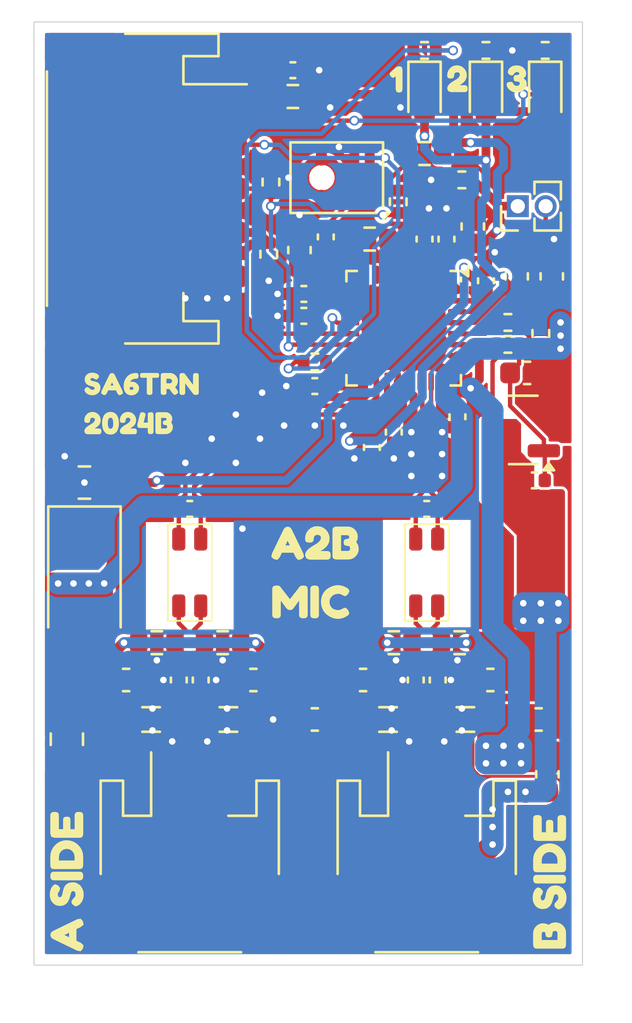
<source format=kicad_pcb>
(kicad_pcb (version 20240108) (generator "pcbnew") (generator_version "8.0")
  (layers (0 "F.Cu" signal) (1 "In1.Cu" signal) (2 "In2.Cu" signal) (31 "B.Cu" signal) (34 "B.Paste" user) (35 "F.Paste" user) (36 "B.SilkS" user "B.Silkscreen") (37 "F.SilkS" user "F.Silkscreen") (38 "B.Mask" user) (39 "F.Mask" user) (44 "Edge.Cuts" user))
  (net 0 "")
  (net 1 "GND")
  (net 2 "/MICPWR")
  (net 3 "/A_CHIP-")
  (net 4 "/A_CHIP+")
  (net 5 "Net-(J104-Pin_1)")
  (net 6 "/B_PWR_SW")
  (net 7 "/A_CONN-")
  (net 8 "/A_NB-")
  (net 9 "/A_CONN+")
  (net 10 "/A_NB+")
  (net 11 "+8V")
  (net 12 "/VIN")
  (net 13 "/STATUS_LED")
  (net 14 "/B_CONN+")
  (net 15 "/B_NB+")
  (net 16 "/B_CHIP+")
  (net 17 "/B_CHIP-")
  (net 18 "Net-(D102-K)")
  (net 19 "Net-(D103-K)")
  (net 20 "/B_NB-")
  (net 21 "/B_CONN-")
  (net 22 "Net-(Q101-G)")
  (net 23 "/VSSN")
  (net 24 "/ACM")
  (net 25 "/BCM")
  (net 26 "/MIC_SENSE")
  (net 27 "Net-(U102-IOVDD)")
  (net 28 "+3V3")
  (net 29 "+1V8")
  (net 30 "Net-(D104-K)")
  (net 31 "/SENSE")
  (net 32 "Net-(JP101-A)")
  (net 33 "Net-(C105-Pad2)")
  (net 34 "Net-(C121-Pad2)")
  (net 35 "/SWP")
  (net 36 "/PDM_DAT")
  (net 37 "/PDM_CLK")
  (net 46 "/PDM_DAT_EXT")
  (net 47 "Net-(U102-PDMCLK{slash}IO7)")
  (net 48 "Net-(U101-DATA)")
  (footprint "Capacitor_SMD:C_0402_1005Metric" (layer "F.Cu") (at 154.6 94.2 180)
    (property "Reference" "C102" (hide yes))
    (property "Value" "12p")
  )
  (footprint "kibuzzard-66BA53B9" (layer "F.Cu") (at 149 111.2 90)
    (property "Reference" "kibuzzard-66BA53B9" (hide yes))
    (property "Value" "G***" (hide yes))
  )
  (footprint "Capacitor_SMD:C_0402_1005Metric" (layer "F.Cu") (at 160.3 88.6 180)
    (property "Reference" "C131" (hide yes))
    (property "Value" "100n")
  )
  (footprint "Resistor_SMD:R_0402_1005Metric" (layer "F.Cu") (at 170.8 73.3)
    (property "Reference" "R113" (hide yes))
    (property "Value" "680")
  )
  (footprint "Capacitor_SMD:C_0603_1608Metric" (layer "F.Cu") (at 171.1 83.6 90)
    (property "Reference" "C114" (hide yes))
    (property "Value" "33n")
  )
  (footprint "Capacitor_SMD:C_0603_1608Metric" (layer "F.Cu") (at 159.6 82.4 90)
    (property "Reference" "C138" (hide yes))
    (property "Value" "4u7")
  )
  (footprint "Resistor_SMD:R_0603_1608Metric" (layer "F.Cu") (at 163.9 100.3 180)
    (property "Reference" "R103" (hide yes))
    (property "Value" "113")
  )
  (footprint "Package_CSP:LFCSP-32-1EP_5x5mm_P0.5mm_EP3.5x3.5mm" (layer "F.Cu") (at 164.35 85.9625 -90)
    (property "Reference" "U102" (hide yes))
    (property "Value" "AD2427")
  )
  (footprint "LED_SMD:LED_0603_1608Metric" (layer "F.Cu") (at 165.3 75.3 -90)
    (property "Reference" "D102" (hide yes))
    (property "Value" "LED")
  )
  (footprint "Capacitor_SMD:C_0603_1608Metric" (layer "F.Cu") (at 170.9 106.3 90)
    (property "Reference" "C130" (hide yes))
    (property "Value" "33n")
  )
  (footprint "Capacitor_SMD:C_0402_1005Metric" (layer "F.Cu") (at 165.4 94.2 180)
    (property "Reference" "C117" (hide yes))
    (property "Value" "12p")
  )
  (footprint "kibuzzard-66BA5389" (layer "F.Cu") (at 166.8 74.588213)
    (property "Reference" "kibuzzard-66BA5389" (hide yes))
    (property "Value" "G***" (hide yes))
  )
  (footprint "Resistor_SMD:R_0402_1005Metric" (layer "F.Cu") (at 168.1 73.3)
    (property "Reference" "R114" (hide yes))
    (property "Value" "680")
  )
  (footprint "Capacitor_SMD:C_0402_1005Metric" (layer "F.Cu") (at 165.3 81.9 90)
    (property "Reference" "C142" (hide yes))
    (property "Value" "4n7")
  )
  (footprint "Resistor_SMD:R_0603_1608Metric" (layer "F.Cu") (at 162.8 81.9)
    (property "Reference" "FB103" (hide yes))
    (property "Value" "100R@600MHz")
  )
  (footprint "Resistor_SMD:R_0603_1608Metric" (layer "F.Cu") (at 159.3 75.4)
    (property "Reference" "FB102" (hide yes))
    (property "Value" "100R@600MHz")
  )
  (footprint "Capacitor_SMD:C_0402_1005Metric" (layer "F.Cu") (at 165.9 102 90)
    (property "Reference" "C120" (hide yes))
    (property "Value" "10n")
  )
  (footprint "Resistor_SMD:R_0402_1005Metric" (layer "F.Cu") (at 164.1 80.2 -90)
    (property "Reference" "R111" (hide yes))
    (property "Value" "100")
  )
  (footprint "Capacitor_SMD:C_0402_1005Metric" (layer "F.Cu") (at 155.1 102 90)
    (property "Reference" "C108" (hide yes))
    (property "Value" "10n")
  )
  (footprint "Capacitor_SMD:C_0603_1608Metric" (layer "F.Cu") (at 157.5 102)
    (property "Reference" "C105" (hide yes))
    (property "Value" "33n")
  )
  (footprint "Capacitor_SMD:C_0402_1005Metric" (layer "F.Cu") (at 159.3 74.2 180)
    (property "Reference" "C103" (hide yes))
    (property "Value" "100n")
  )
  (footprint "Resistor_SMD:R_0402_1005Metric" (layer "F.Cu") (at 158.3 79.3 -90)
    (property "Reference" "R115" (hide yes))
    (property "Value" "100")
  )
  (footprint "Capacitor_SMD:C_0402_1005Metric" (layer "F.Cu") (at 166.3 81.9 90)
    (property "Reference" "C143" (hide yes))
    (property "Value" "100n")
  )
  (footprint "Capacitor_SMD:C_0603_1608Metric" (layer "F.Cu") (at 151.7 102 180)
    (property "Reference" "C106" (hide yes))
    (property "Value" "33n")
  )
  (footprint "Connector_JST:JST_PH_S2B-PH-SM4-TB_1x02-1MP_P2.00mm_Horizontal" (layer "F.Cu") (at 165.4 109.9)
    (property "Reference" "J102" (hide yes))
    (property "Value" "Conn_01x02")
  )
  (footprint "LED_SMD:LED_0603_1608Metric" (layer "F.Cu") (at 168.1 75.3 -90)
    (property "Reference" "D104" (hide yes))
    (property "Value" "LED")
  )
  (footprint "Resistor_SMD:R_0402_1005Metric" (layer "F.Cu") (at 169.1 85.7)
    (property "Reference" "R107" (hide yes))
    (property "Value" "1k")
  )
  (footprint "Capacitor_SMD:C_0603_1608Metric" (layer "F.Cu") (at 169.5 83.6 90)
    (property "Reference" "C140" (hide yes))
    (property "Value" "4u7")
  )
  (footprint "Resistor_SMD:R_0603_1608Metric" (layer "F.Cu") (at 165.3 78)
    (property "Reference" "FB101" (hide yes))
    (property "Value" "100R@600MHz")
  )
  (footprint "Library:TDK-ACT1210L-101-2P-TL00" (layer "F.Cu") (at 154.6 97.1 -90)
    (property "Reference" "FL101" (hide yes))
    (property "Value" "100u")
  )
  (footprint "Library:TDK-ACT1210L-101-2P-TL00" (layer "F.Cu") (at 165.4 97.1 -90)
    (property "Reference" "FL102" (hide yes))
    (property "Value" "100u")
  )
  (footprint "Resistor_SMD:R_0402_1005Metric" (layer "F.Cu") (at 167 79.2)
    (property "Reference" "R110" (hide yes))
    (property "Value" "33k2")
  )
  (footprint "Capacitor_SMD:C_0603_1608Metric" (layer "F.Cu") (at 162.5 102 180)
    (property "Reference" "C121" (hide yes))
    (property "Value" "33n")
  )
  (footprint "Capacitor_SMD:C_0402_1005Metric" (layer "F.Cu") (at 166.8 90 -90)
    (property "Reference" "C133" (hide yes))
    (property "Value" "100n")
  )
  (footprint "Capacitor_SMD:C_0402_1005Metric" (layer "F.Cu") (at 170.3 92.9 180)
    (property "Reference" "C124" (hide yes))
    (property "Value" "3n3")
  )
  (footprint "Capacitor_SMD:C_0805_2012Metric" (layer "F.Cu") (at 149.8 93 180)
    (property "Reference" "C111" (hide yes))
    (property "Value" "10u")
  )
  (footprint "Capacitor_SMD:C_0402_1005Metric" (layer "F.Cu") (at 164.9 102 90)
    (property "Reference" "C116" (hide yes))
    (property "Value" "10n")
  )
  (footprint "Sensor_Audio:Infineon_PG-LLGA-5-1" (layer "F.Cu") (at 161.3 79.1 180)
    (property "Reference" "U101" (hide yes))
    (property "Value" "~")
  )
  (footprint "Capacitor_SMD:C_0603_1608Metric" (layer "F.Cu") (at 170.5 103.8)
    (property "Reference" "C118" (hide yes))
    (property "Value" "33n")
  )
  (footprint "Inductor_SMD:L_0805_2012Metric" (layer "F.Cu") (at 167.1625 103.8)
    (property "Reference" "L108" (hide yes))
    (property "Value" "3u3")
  )
  (footprint "Capacitor_SMD:C_0603_1608Metric" (layer "F.Cu") (at 167.5 81.325 90)
    (property "Reference" "C144" (hide yes))
    (property "Value" "4u7")
  )
  (footprint "Capacitor_SMD:C_0402_1005Metric" (layer "F.Cu") (at 163.9 90.7 -90)
    (property "Reference" "C141" (hide yes))
    (property "Value" "4n7")
  )
  (footprint "Package_TO_SOT_SMD:SOT-23" (layer "F.Cu") (at 169.8 90.6 180)
    (property "Reference" "Q101" (hide yes))
    (property "Value" "Q_PMOS_DGS")
  )
  (footprint "kibuzzard-66BA534A" (layer "F.Cu") (at 160.3 97.1)
    (property "Reference" "kibuzzard-66BA534A" (hide yes))
    (property "Value" "G***" (hide yes))
  )
  (footprint "Diode_SMD:D_SMA" (layer "F.Cu") (at 149.8 97.6 -90)
    (property "Reference" "D101" (hide yes))
    (property "Value" "D_Schottky")
  )
  (footprint "Resistor_SMD:R_0603_1608Metric" (layer "F.Cu") (at 156.1 100.3 180)
    (property "Reference" "R102" (hide yes))
    (property "Value" "113")
  )
  (footprint "Connector_JST:JST_PH_S2B-PH-SM4-TB_1x02-1MP_P2.00mm_Horizontal" (layer "F.Cu") (at 154.6 109.9)
    (property "Reference" "J101" (hide yes))
    (property "Value" "Conn_01x02")
  )
  (footprint "Capacitor_SMD:C_0603_1608Metric" (layer "F.Cu") (at 160.3 103.8 180)
    (property "Reference" "C115" (hide yes))
    (property "Value" "33n")
  )
  (footprint "Capacitor_SMD:C_0402_1005Metric" (layer "F.Cu") (at 168.1 83.8 90)
    (property "Reference" "C112" (hide yes))
    (property "Value" "100n")
  )
  (footprint "Inductor_SMD:L_0805_2012Metric" (layer "F.Cu") (at 163.6375 103.8)
    (property "Reference" "L105" (hide yes))
    (property "Value" "3u3")
  )
  (footprint "Connector_PinHeader_1.27mm:PinHeader_1x02_P1.27mm_Vertical" (layer "F.Cu") (at 169.55 80.4 90)
    (property "Reference" "JP101" (hide yes))
    (property "Value" "LAST_IN_LINE")
  )
  (footprint "Resistor_SMD:R_0603_1608Metric" (layer "F.Cu") (at 166.9 100.3 180)
    (property "Reference" "R104" (hide yes))
    (property "Value" "113")
  )
  (footprint "Capacitor_SMD:C_0603_1608Metric" (layer "F.Cu") (at 169.975 88 180)
    (property "Reference" "C123" (hide yes))
    (property "Value" "15n")
  )
  (footprint "Capacitor_SMD:C_0402_1005Metric" (layer "F.Cu") (at 159.8 84.4 180)
    (property "Reference" "C137" (hide yes))
    (property "Value" "10n")
  )
  (footprint "Connector_JST:JST_PH_S5B-PH-SM4-TB_1x05-1MP_P2.00mm_Horizontal" (layer "F.Cu") (at 152.6 79.6 -90)
    (property "Reference" "J104" (hide yes))
    (property "Value" "Conn_01x05")
  )
  (footprint "kibuzzard-66BA5390" (layer "F.Cu") (at 169.5 74.6)
    (property "Reference" "kibuzzard-66BA5390" (hide yes))
    (property "Value" "G***" (hide yes))
  )
  (footprint "Capacitor_SMD:C_0805_2012Metric" (layer "F.Cu") (at 149 104.7 -90)
    (property "Reference" "C109" (hide yes))
    (property "Value" "470n")
  )
  (footprint "Inductor_SMD:L_0805_2012Metric" (layer "F.Cu") (at 156.3625 103.8)
    (property "Reference" "L104" (hide yes))
    (property "Value" "3u3")
  )
  (footprint "Capacitor_SMD:C_0402_1005Metric" (layer "F.Cu") (at 162.9 91.4 -90)
    (property "Reference" "C139" (hide yes))
    (property "Value" "100n")
  )
  (footprint "Capacitor_SMD:C_0603_1608Metric" (layer "F.Cu") (at 168.3 102)
    (property "Reference" "C122" (hide yes))
    (property "Value" "33n")
  )
  (footprint "Resistor_SMD:R_0402_1005Metric" (layer "F.Cu") (at 158.2 82.590001 -90)
    (property "Reference" "R108" (hide yes))
    (property "Value" "3k32")
  )
  (footprint "Resistor_SMD:R_0402_1005Metric" (layer "F.Cu") (at 165.3 73.3)
    (property "Reference" "R112" (hide yes))
    (property "Value" "680")
  )
  (footprint "Resistor_SMD:R_0402_1005Metric" (layer "F.Cu") (at 169.1 86.7)
    (property "Reference" "R106" (hide yes))
    (property "Value" "3k32")
  )
  (footprint "Resistor_SMD:R_0402_1005Metric" (layer "F.Cu") (at 170.6 86.2 -90)
    (property "Reference" "R105" (hide yes))
    (property "Value" "33k2")
  )
  (footprint "Resistor_SMD:R_0603_1608Metric" (layer "F.Cu") (at 153.1 100.3 180)
    (property "Reference" "R101" (hide yes))
    (property "Value" "113")
  )
  (footprint "Capacitor_SMD:C_0402_1005Metric" (layer "F.Cu") (at 154.1 102 90)
    (property "Reference" "C107" (hide yes))
    (property "Value" "10n")
  )
  (footprint "LED_SMD:LED_0603_1608Metric" (layer "F.Cu") (at 170.8 75.3 -90)
    (property "Reference" "D103" (hide yes))
    (property "Value" "LED")
  )
  (footprint "Capacitor_SMD:C_0402_1005Metric" (layer "F.Cu") (at 159.8 85.4 180)
    (property "Reference" "C136" (hide yes))
    (property "Value" "100n")
  )
  (footprint "kibuzzard-66BA5330" (layer "F.Cu") (at 152.4 89.4)
    (property "Reference" "kibuzzard-66BA5330" (hide yes))
    (property "Value" "G***" (hide yes))
  )
  (footprint "kibuzzard-66BA5382" (layer "F.Cu") (at 164 74.620642)
    (property "Reference" "kibuzzard-66BA5382" (hide yes))
    (property "Value" "G***" (hide yes))
  )
  (footprint "kibuzzard-66BA542A" (layer "F.Cu") (at 171 111.2 90)
    (property "Reference" "kibuzzard-66BA542A" (hide yes))
    (property "Value" "G***" (hide yes))
  )
  (footprint "Resistor_SMD:R_0402_1005Metric" (layer "F.Cu") (at 160.3 87.5)
    (property "Reference" "R109" (hide yes))
    (property "Value" "100")
  )
  (footprint "Capacitor_SMD:C_0402_1005Metric" (layer "F.Cu") (at 160.8 81.8 90)
    (property "Reference" "C101" (hide yes))
    (property "Value" "100n")
  )
  (footprint "Inductor_SMD:L_0805_2012Metric" (layer "F.Cu") (at 152.8375 103.8)
    (property "Reference" "L103" (hide yes))
    (property "Value" "3u3")
  )
  (gr_rect (start 147.5 72) (end 172.5 115) (stroke (width 0.05)) (fill none) (layer "Edge.Cuts"))
  (segment (start 159.1 79.1) (end 159.8 79.1) (width 0.5) (layer "F.Cu") (net 1))
  (segment (start 161.595993 79.1) (end 161.594104 79.098111) (width 0.5) (layer "F.Cu") (net 1))
  (segment (start 160.6 79.9) (end 160.6 80.5) (width 0.5) (layer "F.Cu") (net 1))
  (segment (start 161.7 79.1) (end 161.552003 79.1) (width 0.5) (layer "F.Cu") (net 1))
  (segment (start 160.6 77.7) (end 160.6 78.3) (width 0.5) (layer "F.Cu") (net 1))
  (via (at 164.7 91.7) (size 0.45) (drill 0.3) (layers "F.Cu" "B.Cu") (net 1))
  (via (at 163.9 91.9) (size 0.45) (drill 0.3) (layers "F.Cu" "B.Cu") (net 1))
  (via (at 159 88.6) (size 0.45) (drill 0.3) (layers "F.Cu" "B.Cu") (net 1))
  (via (at 156.7 92.1) (size 0.45) (drill 0.3) (layers "F.Cu" "B.Cu") (net 1))
  (via (at 161.4 77.7) (size 0.45) (drill 0.3) (layers "F.Cu" "B.Cu") (net 1))
  (via (at 160.3 90.4) (size 0.45) (drill 0.3) (layers "F.Cu" "B.Cu") (net 1))
  (via (at 166.1 90.7) (size 0.45) (drill 0.3) (layers "F.Cu" "B.Cu") (net 1))
  (via (at 165.5 80.5) (size 0.45) (drill 0.3) (layers "F.Cu" "B.Cu") (net 1))
  (via (at 163.8 103.3) (size 0.45) (drill 0.3) (layers "F.Cu" "B.Cu") (net 1))
  (via (at 156.7 89.9) (size 0.45) (drill 0.3) (layers "F.Cu" "B.Cu") (net 1))
  (via (at 166.1 91.7) (size 0.45) (drill 0.3) (layers "F.Cu" "B.Cu") (net 1))
  (via (at 155.6 91) (size 0.45) (drill 0.3) (layers "F.Cu" "B.Cu") (net 1))
  (via (at 166.1 92.7) (size 0.45) (drill 0.3) (layers "F.Cu" "B.Cu") (net 1))
  (via (at 168.5 82.5) (size 0.45) (drill 0.3) (layers "F.Cu" "B.Cu") (net 1))
  (via (at 155.4 104.8) (size 0.45) (drill 0.3) (layers "F.Cu" "B.Cu") (net 1))
  (via (at 157 95.1) (size 0.45) (drill 0.3) (layers "F.Cu" "B.Cu") (net 1))
  (via (at 153.1 101.1) (size 0.45) (drill 0.3) (layers "F.Cu" "B.Cu") (net 1))
  (via (at 157.9 88.9) (size 0.45) (drill 0.3) (layers "F.Cu" "B.Cu") (net 1))
  (via (at 156.3 84.6) (size 0.45) (drill 0.3) (layers "F.Cu" "B.Cu") (net 1))
  (via (at 164.7 92.7) (size 0.45) (drill 0.3) (layers "F.Cu" "B.Cu") (net 1))
  (via (at 153.8 104.8) (size 0.45) (drill 0.3) (layers "F.Cu" "B.Cu") (net 1))
  (via (at 149.8 93) (size 0.45) (drill 0.3) (layers "F.Cu" "B.Cu") (net 1))
  (via (at 161.6 90.4) (size 0.45) (drill 0.3) (layers "F.Cu" "B.Cu") (net 1))
  (via (at 152.9 103.3) (size 0.45) (drill 0.3) (layers "F.Cu" "B.Cu") (net 1))
  (via (at 148.9 91.8) (size 0.45) (drill 0.3) (layers "F.Cu" "B.Cu") (net 1))
  (via (at 165.6 79.2) (size 0.45) (drill 0.3) (layers "F.Cu" "B.Cu") (net 1))
  (via (at 161 75.9) (size 0.45) (drill 0.3) (layers "F.Cu" "B.Cu") (net 1))
  (via (at 159.1 79.1) (size 0.45) (drill 0.3) (layers "F.Cu" "B.Cu") (net 1))
  (via (at 171.2 81.9) (size 0.45) (drill 0.3) (layers "F.Cu" "B.Cu") (net 1))
  (via (at 158.9 90.4) (size 0.45) (drill 0.3) (layers "F.Cu" "B.Cu") (net 1))
  (via (at 158.2 83.8) (size 0.45) (drill 0.3) (layers "F.Cu" "B.Cu") (net 1))
  (via (at 164.2 75.9) (size 0.45) (drill 0.3) (layers "F.Cu" "B.Cu") (net 1))
  (via (at 153.4 102) (size 0.45) (drill 0.3) (layers "F.Cu" "B.Cu") (net 1))
  (via (at 164 101.1) (size 0.45) (drill 0.3) (layers "F.Cu" "B.Cu") (net 1))
  (via (at 156.3 103.3) (size 0.45) (drill 0.3) (layers "F.Cu" "B.Cu") (net 1))
  (via (at 167 103.3) (size 0.45) (drill 0.3) (layers "F.Cu" "B.Cu") (net 1))
  (via (at 164.7 90.7) (size 0.45) (drill 0.3) (layers "F.Cu" "B.Cu") (net 1))
  (via (at 160.5 74.2) (size 0.45) (drill 0.3) (layers "F.Cu" "B.Cu") (net 1))
  (via (at 158.4 103.8) (size 0.45) (drill 0.3) (layers "F.Cu" "B.Cu") (net 1))
  (via (at 166.3 80.5) (size 0.45) (drill 0.3) (layers "F.Cu" "B.Cu") (net 1))
  (via (at 154.4 92.1) (size 0.45) (drill 0.3) (layers "F.Cu" "B.Cu") (net 1))
  (via (at 167 104.3) (size 0.45) (drill 0.3) (layers "F.Cu" "B.Cu") (net 1))
  (via (at 156.1 101.1) (size 0.45) (drill 0.3) (layers "F.Cu" "B.Cu") (net 1))
  (via (at 162.1 91.9) (size 0.45) (drill 0.3) (layers "F.Cu" "B.Cu") (net 1))
  (via (at 158.6 84.4) (size 0.45) (drill 0.3) (layers "F.Cu" "B.Cu") (net 1))
  (via (at 157.8 91) (size 0.45) (drill 0.3) (layers "F.Cu" "B.Cu") (net 1))
  (via (at 164.6 104.8) (size 0.45) (drill 0.3) (layers "F.Cu" "B.Cu") (net 1))
  (via (at 166.2 104.8) (size 0.45) (drill 0.3) (layers "F.Cu" "B.Cu") (net 1))
  (via (at 166.8 101.1) (size 0.45) (drill 0.3) (layers "F.Cu" "B.Cu") (net 1))
  (via (at 159.6 80.8) (size 0.45) (drill 0.3) (layers "F.Cu" "B.Cu") (net 1))
  (via (at 164.3 102) (size 0.45) (drill 0.3) (layers "F.Cu" "B.Cu") (net 1))
  (via (at 156.3 104.3) (size 0.45) (drill 0.3) (layers "F.Cu" "B.Cu") (net 1))
  (via (at 152.9 104.3) (size 0.45) (drill 0.3) (layers "F.Cu" "B.Cu") (net 1))
  (via (at 158.6 85.4) (size 0.45) (drill 0.3) (layers "F.Cu" "B.Cu") (net 1))
  (via (at 154.4 84.6) (size 0.45) (drill 0.3) (layers "F.Cu" "B.Cu") (net 1))
  (via (at 169.3 73.3) (size 0.45) (drill 0.3) (layers "F.Cu" "B.Cu") (net 1))
  (via (at 166.5 102) (size 0.45) (drill 0.3) (layers "F.Cu" "B.Cu") (net 1))
  (via (at 155.8 102) (size 0.45) (drill 0.3) (layers "F.Cu" "B.Cu") (net 1))
  (via (at 163.8 104.3) (size 0.45) (drill 0.3) (layers "F.Cu" "B.Cu") (net 1))
  (via (at 155.4 84.6) (size 0.45) (drill 0.3) (layers "F.Cu" "B.Cu") (net 1))
  (segment (start 163.8 79.1) (end 162.4 79.1) (width 0.2) (layer "F.Cu") (net 2))
  (segment (start 164.475 78.425) (end 163.8 79.1) (width 0.2) (layer "F.Cu") (net 2))
  (segment (start 164.475 78) (end 164.475 78.425) (width 0.2) (layer "F.Cu") (net 2))
  (segment (start 162.4 79.1) (end 162.1 79.4) (width 0.2) (layer "F.Cu") (net 2))
  (segment (start 162.1 79.4) (end 162.1 79.95) (width 0.2) (layer "F.Cu") (net 2))
  (segment (start 162.1 79.95) (end 162.1 80.02) (width 0.2) (layer "F.Cu") (net 2))
  (segment (start 162.1 80.02) (end 160.8 81.32) (width 0.2) (layer "F.Cu") (net 2))
  (segment (start 154.4 93.554999) (end 154.4 93.017156) (width 0.2) (layer "F.Cu") (net 3))
  (segment (start 154.1 94.22) (end 154.12 94.2) (width 0.2) (layer "F.Cu") (net 3))
  (segment (start 163.1 88.6875) (end 163.1 88.4) (width 0.2) (layer "F.Cu") (net 3))
  (segment (start 157.917156 89.5) (end 162.717156 89.5) (width 0.2) (layer "F.Cu") (net 3))
  (segment (start 154.4 93.017156) (end 157.917156 89.5) (width 0.2) (layer "F.Cu") (net 3))
  (segment (start 163.15 88.7375) (end 163.1 88.6875) (width 0.2) (layer "F.Cu") (net 3))
  (segment (start 163.15 89.067156) (end 163.15 88.7375) (width 0.2) (layer "F.Cu") (net 3))
  (segment (start 154.12 94.2) (end 154.12 93.834999) (width 0.2) (layer "F.Cu") (net 3))
  (segment (start 162.717156 89.5) (end 163.15 89.067156) (width 0.2) (layer "F.Cu") (net 3))
  (segment (start 154.1 95.675) (end 154.1 94.22) (width 0.2) (layer "F.Cu") (net 3))
  (segment (start 154.12 93.834999) (end 154.4 93.554999) (width 0.2) (layer "F.Cu") (net 3))
  (segment (start 155.1 95.675) (end 155.1 94.22) (width 0.2) (layer "F.Cu") (net 4))
  (segment (start 154.8 93.182844) (end 158.082844 89.9) (width 0.2) (layer "F.Cu") (net 4))
  (segment (start 155.08 93.834999) (end 154.8 93.554999) (width 0.2) (layer "F.Cu") (net 4))
  (segment (start 154.8 93.554999) (end 154.8 93.182844) (width 0.2) (layer "F.Cu") (net 4))
  (segment (start 163.55 89.232844) (end 163.55 88.7375) (width 0.2) (layer "F.Cu") (net 4))
  (segment (start 158.082844 89.9) (end 162.882844 89.9) (width 0.2) (layer "F.Cu") (net 4))
  (segment (start 163.6 88.6875) (end 163.6 88.4) (width 0.2) (layer "F.Cu") (net 4))
  (segment (start 163.55 88.7375) (end 163.6 88.6875) (width 0.2) (layer "F.Cu") (net 4))
  (segment (start 155.08 94.2) (end 155.08 93.834999) (width 0.2) (layer "F.Cu") (net 4))
  (segment (start 155.1 94.22) (end 155.08 94.2) (width 0.2) (layer "F.Cu") (net 4))
  (segment (start 162.882844 89.9) (end 163.55 89.232844) (width 0.2) (layer "F.Cu") (net 4))
  (segment (start 158.475 75.4) (end 158.82 75.055) (width 0.2) (layer "F.Cu") (net 5))
  (segment (start 158.82 75.055) (end 158.82 74.2) (width 0.2) (layer "F.Cu") (net 5))
  (segment (start 158.475 75.4) (end 158.275 75.6) (width 0.2) (layer "F.Cu") (net 5))
  (segment (start 158.275 75.6) (end 155.45 75.6) (width 0.2) (layer "F.Cu") (net 5))
  (segment (start 168.4 108.7) (end 168.4 109.5) (width 1) (layer "F.Cu") (net 6))
  (segment (start 168.9 87.3) (end 168.6 87.3) (width 0.2) (layer "F.Cu") (net 6))
  (segment (start 161.075 109.275) (end 161.075 103.8) (width 1) (layer "F.Cu") (net 6))
  (segment (start 168.4 107.9) (end 168.4 108.7) (width 1) (layer "F.Cu") (net 6))
  (segment (start 169.609999 85.7) (end 169.3 85.7) (width 0.2) (layer "F.Cu") (net 6))
  (segment (start 168.4 87.5) (end 168.4 90.137501) (width 0.2) (layer "F.Cu") (net 6))
  (segment (start 161.7 109.9) (end 161.075 109.275) (width 1) (layer "F.Cu") (net 6))
  (segment (start 168.6 87.3) (end 168.4 87.5) (width 0.2) (layer "F.Cu") (net 6))
  (segment (start 168.4 107.1) (end 168.4 107.9) (width 1) (layer "F.Cu") (net 6))
  (segment (start 168.425 107.075) (end 168.4 107.1) (width 1) (layer "F.Cu") (net 6))
  (segment (start 168.4 90.137501) (end 168.862499 90.6) (width 0.2) (layer "F.Cu") (net 6))
  (segment (start 161.075 103.8) (end 162.575 103.8) (width 1) (layer "F.Cu") (net 6))
  (segment (start 169.1 85.9) (end 169.1 87.1) (width 0.2) (layer "F.Cu") (net 6))
  (segment (start 168.4 109.5) (end 168 109.9) (width 1) (layer "F.Cu") (net 6))
  (segment (start 168 109.9) (end 161.7 109.9) (width 1) (layer "F.Cu") (net 6))
  (segment (start 169.3 85.7) (end 169.1 85.9) (width 0.2) (layer "F.Cu") (net 6))
  (segment (start 170.9 107.075) (end 168.425 107.075) (width 1) (layer "F.Cu") (net 6))
  (segment (start 169.1 87.1) (end 168.9 87.3) (width 0.2) (layer "F.Cu") (net 6))
  (via (at 168.4 108.7) (size 0.45) (drill 0.3) (layers "F.Cu" "B.Cu") (net 6))
  (via (at 170.6 98.5) (size 0.45) (drill 0.3) (layers "F.Cu" "B.Cu") (net 6))
  (via (at 170.6 99.3) (size 0.45) (drill 0.3) (layers "F.Cu" "B.Cu") (net 6))
  (via (at 169.1 107.1) (size 0.45) (drill 0.3) (layers "F.Cu" "B.Cu") (net 6))
  (via (at 171.4 99.3) (size 0.45) (drill 0.3) (layers "F.Cu" "B.Cu") (net 6))
  (via (at 169.8 98.5) (size 0.45) (drill 0.3) (layers "F.Cu" "B.Cu") (net 6))
  (via (at 168.4 109.5) (size 0.45) (drill 0.3) (layers "F.Cu" "B.Cu") (net 6))
  (via (at 169.8 99.3) (size 0.45) (drill 0.3) (layers "F.Cu" "B.Cu") (net 6))
  (via (at 168.4 107.9) (size 0.45) (drill 0.3) (layers "F.Cu" "B.Cu") (net 6))
  (via (at 171.4 98.5) (size 0.45) (drill 0.3) (layers "F.Cu" "B.Cu") (net 6))
  (via (at 169.9 107.1) (size 0.45) (drill 0.3) (layers "F.Cu" "B.Cu") (net 6))
  (segment (start 170.82 106.98) (end 170.721789 107.078211) (width 1) (layer "B.Cu") (net 6))
  (segment (start 169.9 107.1) (end 169.878211 107.078211) (width 1) (layer "B.Cu") (net 6))
  (segment (start 169.078211 107.078211) (end 168.4 107.078211) (width 1) (layer "B.Cu") (net 6))
  (segment (start 171.4 98.5) (end 171.4 99.3) (width 1) (layer "B.Cu") (net 6))
  (segment (start 168.4 107.078211) (end 168.4 109.5) (width 1) (layer "B.Cu") (net 6))
  (segment (start 169.878211 107.078211) (end 169.121789 107.078211) (width 1) (layer "B.Cu") (net 6))
  (segment (start 170.721789 107.078211) (end 169.921789 107.078211) (width 1) (layer "B.Cu") (net 6))
  (segment (start 170.82 99.52) (end 170.82 106.98) (width 1) (layer "B.Cu") (net 6))
  (segment (start 169.8 99.3) (end 171.4 99.3) (width 1) (layer "B.Cu") (net 6))
  (segment (start 170.6 99.3) (end 170.82 99.52) (width 1) (layer "B.Cu") (net 6))
  (segment (start 169.921789 107.078211) (end 169.9 107.1) (width 1) (layer "B.Cu") (net 6))
  (segment (start 169.121789 107.078211) (end 169.1 107.1) (width 1) (layer "B.Cu") (net 6))
  (segment (start 171.4 98.5) (end 169.8 98.5) (width 1) (layer "B.Cu") (net 6))
  (segment (start 169.1 107.1) (end 169.078211 107.078211) (width 1) (layer "B.Cu") (net 6))
  (segment (start 169.8 99.3) (end 169.8 98.5) (width 1) (layer "B.Cu") (net 6))
  (segment (start 154.1 102.51) (end 154.1 102.48) (width 0.2) (layer "F.Cu") (net 7))
  (segment (start 153.9 103.9625) (end 153.9 103.8) (width 0.2) (layer "F.Cu") (net 7))
  (segment (start 154.4 104.4625) (end 153.9 103.9625) (width 0.2) (layer "F.Cu") (net 7))
  (segment (start 153.9 103.6375) (end 154.4 103.1375) (width 0.2) (layer "F.Cu") (net 7))
  (segment (start 154.4 103.1375) (end 154.4 102.81) (width 0.2) (layer "F.Cu") (net 7))
  (segment (start 154.4 105) (end 154.4 104.4625) (width 0.2) (layer "F.Cu") (net 7))
  (segment (start 153.9 103.8) (end 153.9 103.6375) (width 0.2) (layer "F.Cu") (net 7))
  (segment (start 153.6 105.8) (end 154.4 105) (width 0.2) (layer "F.Cu") (net 7))
  (segment (start 153.6 107.05) (end 153.6 105.8) (width 0.2) (layer "F.Cu") (net 7))
  (segment (start 154.4 102.81) (end 154.1 102.51) (width 0.2) (layer "F.Cu") (net 7))
  (segment (start 154.4 101.19) (end 154.4 100.85) (width 0.2) (layer "F.Cu") (net 8))
  (segment (start 154.4 99.75) (end 154.4 99.712501) (width 0.2) (layer "F.Cu") (net 8))
  (segment (start 154.4 99.712501) (end 154.1 99.412501) (width 0.2) (layer "F.Cu") (net 8))
  (segment (start 154.1 99.412501) (end 154.1 98.625) (width 0.2) (layer "F.Cu") (net 8))
  (segment (start 153.925 100.3) (end 153.925 100.225) (width 0.2) (layer "F.Cu") (net 8))
  (segment (start 153.925 100.375) (end 153.925 100.3) (width 0.2) (layer "F.Cu") (net 8))
  (segment (start 154.1 98.625) (end 154.1 98.725) (width 0.2) (layer "F.Cu") (net 8))
  (segment (start 154.4 100.85) (end 153.925 100.375) (width 0.2) (layer "F.Cu") (net 8))
  (segment (start 154.1 101.52) (end 154.1 101.49) (width 0.2) (layer "F.Cu") (net 8))
  (segment (start 154.1 101.49) (end 154.4 101.19) (width 0.2) (layer "F.Cu") (net 8))
  (segment (start 153.925 100.225) (end 154.4 99.75) (width 0.2) (layer "F.Cu") (net 8))
  (segment (start 155.3 103.6375) (end 154.8 103.1375) (width 0.2) (layer "F.Cu") (net 9))
  (segment (start 154.8 105) (end 154.8 104.4625) (width 0.2) (layer "F.Cu") (net 9))
  (segment (start 155.3 103.9625) (end 155.3 103.8) (width 0.2) (layer "F.Cu") (net 9))
  (segment (start 155.6 105.8) (end 154.8 105) (width 0.2) (layer "F.Cu") (net 9))
  (segment (start 154.8 104.4625) (end 155.3 103.9625) (width 0.2) (layer "F.Cu") (net 9))
  (segment (start 155.6 107.05) (end 155.6 105.8) (width 0.2) (layer "F.Cu") (net 9))
  (segment (start 155.3 103.8) (end 155.3 103.6375) (width 0.2) (layer "F.Cu") (net 9))
  (segment (start 154.8 102.81) (end 155.1 102.51) (width 0.2) (layer "F.Cu") (net 9))
  (segment (start 155.1 102.51) (end 155.1 102.48) (width 0.2) (layer "F.Cu") (net 9))
  (segment (start 154.8 103.1375) (end 154.8 102.81) (width 0.2) (layer "F.Cu") (net 9))
  (segment (start 155.275 100.225) (end 154.8 99.75) (width 0.2) (layer "F.Cu") (net 10))
  (segment (start 155.1 99.412501) (end 155.1 98.625) (width 0.2) (layer "F.Cu") (net 10))
  (segment (start 154.8 99.712501) (end 155.1 99.412501) (width 0.2) (layer "F.Cu") (net 10))
  (segment (start 154.8 100.85) (end 155.275 100.375) (width 0.2) (layer "F.Cu") (net 10))
  (segment (start 155.1 101.52) (end 155.1 101.49) (width 0.2) (layer "F.Cu") (net 10))
  (segment (start 155.275 100.375) (end 155.275 100.3) (width 0.2) (layer "F.Cu") (net 10))
  (segment (start 154.8 101.19) (end 154.8 100.85) (width 0.2) (layer "F.Cu") (net 10))
  (segment (start 155.275 100.3) (end 155.275 100.225) (width 0.2) (layer "F.Cu") (net 10))
  (segment (start 155.1 101.49) (end 154.8 101.19) (width 0.2) (layer "F.Cu") (net 10))
  (segment (start 154.8 99.75) (end 154.8 99.712501) (width 0.2) (layer "F.Cu") (net 10))
  (via (at 171.5 86.9) (size 0.45) (drill 0.3) (layers "F.Cu" "B.Cu") (net 11))
  (via (at 150.7 97.6) (size 0.45) (drill 0.3) (layers "F.Cu" "B.Cu") (net 11))
  (via (at 149.3 97.6) (size 0.45) (drill 0.3) (layers "F.Cu" "B.Cu") (net 11))
  (via (at 150 97.6) (size 0.45) (drill 0.3) (layers "F.Cu" "B.Cu") (net 11))
  (via (at 171.5 85.7) (size 0.45) (drill 0.3) (layers "F.Cu" "B.Cu") (net 11))
  (via (at 171.5 86.3) (size 0.45) (drill 0.3) (layers "F.Cu" "B.Cu") (net 11))
  (via (at 148.6 97.6) (size 0.45) (drill 0.3) (layers "F.Cu" "B.Cu") (net 11))
  (segment (start 151.8 96.5) (end 151.8 94.8) (width 1) (layer "B.Cu") (net 11))
  (segment (start 150.7 97.6) (end 151.8 96.5) (width 1) (layer "B.Cu") (net 11))
  (segment (start 152.5 94.1) (end 166 94.1) (width 1) (layer "B.Cu") (net 11))
  (segment (start 166.28 89.16392) (end 166.28 88.236081) (width 1) (layer "B.Cu") (net 11))
  (segment (start 166.28 88.236081) (end 167.616081 86.9) (width 1) (layer "B.Cu") (net 11))
  (segment (start 151.8 94.8) (end 152.5 94.1) (width 1) (layer "B.Cu") (net 11))
  (segment (start 148.6 97.6) (end 150.7 97.6) (width 1) (layer "B.Cu") (net 11))
  (segment (start 166 94.1) (end 167 93.1) (width 1) (layer "B.Cu") (net 11))
  (segment (start 167 89.88392) (end 166.28 89.16392) (width 1) (layer "B.Cu") (net 11))
  (segment (start 171.5 86.9) (end 171.5 85.7) (width 1) (layer "B.Cu") (net 11))
  (segment (start 167.616081 86.9) (end 171.5 86.9) (width 1) (layer "B.Cu") (net 11))
  (segment (start 167 93.1) (end 167 89.88392) (width 1) (layer "B.Cu") (net 11))
  (segment (start 150.749999 93) (end 153 93) (width 0.4) (layer "F.Cu") (net 12))
  (segment (start 166.7875 85.2125) (end 167.3875 85.2125) (width 0.2) (layer "F.Cu") (net 12))
  (segment (start 149.8 95.599999) (end 149.8 94.6) (width 1) (layer "F.Cu") (net 12))
  (segment (start 167.3875 85.2125) (end 168.1 84.5) (width 0.2) (layer "F.Cu") (net 12))
  (segment (start 153 93) (end 153.1 92.9) (width 0.4) (layer "F.Cu") (net 12))
  (segment (start 167.1 83.28442) (end 168.09558 84.28) (width 0.4) (layer "F.Cu") (net 12))
  (segment (start 168.1 84.5) (end 168.1 84.28) (width 0.2) (layer "F.Cu") (net 12))
  (segment (start 168.09558 84.28) (end 168.1 84.28) (width 0.4) (layer "F.Cu") (net 12))
  (segment (start 167.1 83.2) (end 167.1 83.28442) (width 0.4) (layer "F.Cu") (net 12))
  (segment (start 149.8 94.6) (end 150.749999 93.650001) (width 1) (layer "F.Cu") (net 12))
  (segment (start 150.749999 93.650001) (end 150.749999 93) (width 1) (layer "F.Cu") (net 12))
  (via (at 167.1 83.2) (size 0.45) (drill 0.3) (layers "F.Cu" "B.Cu") (net 12))
  (via (at 153.1 92.9) (size 0.45) (drill 0.3) (layers "F.Cu" "B.Cu") (net 12))
  (segment (start 159 92.9) (end 160.9 91) (width 0.4) (layer "B.Cu") (net 12))
  (segment (start 160.9 91) (end 160.9 89.8) (width 0.4) (layer "B.Cu") (net 12))
  (segment (start 153.1 92.9) (end 159 92.9) (width 0.4) (layer "B.Cu") (net 12))
  (segment (start 160.9 89.8) (end 161.8 88.9) (width 0.4) (layer "B.Cu") (net 12))
  (segment (start 163 88.9) (end 167.1 84.8) (width 0.4) (layer "B.Cu") (net 12))
  (segment (start 167.1 84.8) (end 167.1 83.2) (width 0.4) (layer "B.Cu") (net 12))
  (segment (start 161.8 88.9) (end 163 88.9) (width 0.4) (layer "B.Cu") (net 12))
  (segment (start 161.3125 85.7125) (end 161.1 85.5) (width 0.2) (layer "F.Cu") (net 13))
  (segment (start 166.6 73.3) (end 165.81 73.3) (width 0.2) (layer "F.Cu") (net 13))
  (segment (start 161.9125 85.7125) (end 161.3125 85.7125) (width 0.2) (layer "F.Cu") (net 13))
  (via (at 161.1 85.5) (size 0.45) (drill 0.3) (layers "F.Cu" "B.Cu") (net 13))
  (via (at 166.6 73.3) (size 0.45) (drill 0.3) (layers "F.Cu" "B.Cu") (net 13))
  (segment (start 157.2 86.1) (end 158.4 87.3) (width 0.2) (layer "B.Cu") (net 13))
  (segment (start 157.792893 77.1) (end 157.2 77.692893) (width 0.2) (layer "B.Cu") (net 13))
  (segment (start 161.1 86.1) (end 161.1 85.5) (width 0.2) (layer "B.Cu") (net 13))
  (segment (start 159.4 77.1) (end 157.792893 77.1) (width 0.2) (layer "B.Cu") (net 13))
  (segment (start 158.4 87.3) (end 159.9 87.3) (width 0.2) (layer "B.Cu") (net 13))
  (segment (start 164.4 73.3) (end 166.6 73.3) (width 0.2) (layer "B.Cu") (net 13))
  (segment (start 159.4 77.1) (end 160.6 77.1) (width 0.2) (layer "B.Cu") (net 13))
  (segment (start 159.9 87.3) (end 161.1 86.1) (width 0.2) (layer "B.Cu") (net 13))
  (segment (start 160.6 77.1) (end 161.8 75.9) (width 0.2) (layer "B.Cu") (net 13))
  (segment (start 157.2 77.692893) (end 157.2 86.1) (width 0.2) (layer "B.Cu") (net 13))
  (segment (start 161.8 75.9) (end 164.4 73.3) (width 0.2) (layer "B.Cu") (net 13))
  (segment (start 164.7 103.9625) (end 164.7 103.8) (width 0.2) (layer "F.Cu") (net 14))
  (segment (start 164.9 102.51) (end 164.9 102.48) (width 0.2) (layer "F.Cu") (net 14))
  (segment (start 164.4 105.8) (end 165.2 105) (width 0.2) (layer "F.Cu") (net 14))
  (segment (start 164.7 103.6375) (end 165.2 103.1375) (width 0.2) (layer "F.Cu") (net 14))
  (segment (start 165.2 105) (end 165.2 104.4625) (width 0.2) (layer "F.Cu") (net 14))
  (segment (start 165.2 103.1375) (end 165.2 102.81) (width 0.2) (layer "F.Cu") (net 14))
  (segment (start 165.2 102.81) (end 164.9 102.51) (width 0.2) (layer "F.Cu") (net 14))
  (segment (start 164.4 107.05) (end 164.4 105.8) (width 0.2) (layer "F.Cu") (net 14))
  (segment (start 164.7 103.8) (end 164.7 103.6375) (width 0.2) (layer "F.Cu") (net 14))
  (segment (start 165.2 104.4625) (end 164.7 103.9625) (width 0.2) (layer "F.Cu") (net 14))
  (segment (start 164.725 100.375) (end 164.725 100.3) (width 0.2) (layer "F.Cu") (net 15))
  (segment (start 165.2 101.19) (end 165.2 100.85) (width 0.2) (layer "F.Cu") (net 15))
  (segment (start 165.2 99.712501) (end 164.9 99.412501) (width 0.2) (layer "F.Cu") (net 15))
  (segment (start 164.9 101.49) (end 165.2 101.19) (width 0.2) (layer "F.Cu") (net 15))
  (segment (start 164.725 100.3) (end 164.725 100.225) (width 0.2) (layer "F.Cu") (net 15))
  (segment (start 165.2 99.75) (end 165.2 99.712501) (width 0.2) (layer "F.Cu") (net 15))
  (segment (start 164.9 101.52) (end 164.9 101.49) (width 0.2) (layer "F.Cu") (net 15))
  (segment (start 164.9 99.412501) (end 164.9 98.625) (width 0.2) (layer "F.Cu") (net 15))
  (segment (start 164.725 100.225) (end 165.2 99.75) (width 0.2) (layer "F.Cu") (net 15))
  (segment (start 165.2 100.85) (end 164.725 100.375) (width 0.2) (layer "F.Cu") (net 15))
  (segment (start 165.2 88.5) (end 165.1 88.4) (width 0.2) (layer "F.Cu") (net 16))
  (segment (start 165.2 93.454999) (end 165.2 88.5) (width 0.2) (layer "F.Cu") (net 16))
  (segment (start 164.92 94.2) (end 164.92 93.734999) (width 0.2) (layer "F.Cu") (net 16))
  (segment (start 164.9 95.575) (end 164.9 94.22) (width 0.2) (layer "F.Cu") (net 16))
  (segment (start 164.9 94.22) (end 164.92 94.2) (width 0.2) (layer "F.Cu") (net 16))
  (segment (start 164.92 93.734999) (end 165.2 93.454999) (width 0.2) (layer "F.Cu") (net 16))
  (segment (start 165.9 94.22) (end 165.88 94.2) (width 0.2) (layer "F.Cu") (net 17))
  (segment (start 165.88 93.734999) (end 165.6 93.454999) (width 0.2) (layer "F.Cu") (net 17))
  (segment (start 165.88 94.2) (end 165.88 93.734999) (width 0.2) (layer "F.Cu") (net 17))
  (segment (start 165.9 95.575) (end 165.9 94.22) (width 0.2) (layer "F.Cu") (net 17))
  (segment (start 165.6 93.454999) (end 165.6 88.4) (width 0.2) (layer "F.Cu") (net 17))
  (segment (start 165.3 73.81) (end 164.79 73.3) (width 0.2) (layer "F.Cu") (net 18))
  (segment (start 165.3 74.512499) (end 165.3 73.81) (width 0.2) (layer "F.Cu") (net 18))
  (segment (start 170.8 74.512499) (end 170.8 73.809999) (width 0.2) (layer "F.Cu") (net 19))
  (segment (start 170.8 73.809999) (end 170.290001 73.3) (width 0.2) (layer "F.Cu") (net 19))
  (segment (start 165.6 99.75) (end 165.6 99.712501) (width 0.2) (layer "F.Cu") (net 20))
  (segment (start 165.9 101.52) (end 165.9 101.49) (width 0.2) (layer "F.Cu") (net 20))
  (segment (start 166.075 100.375) (end 166.075 100.3) (width 0.2) (layer "F.Cu") (net 20))
  (segment (start 166.075 100.225) (end 165.6 99.75) (width 0.2) (layer "F.Cu") (net 20))
  (segment (start 166.075 100.3) (end 166.075 100.225) (width 0.2) (layer "F.Cu") (net 20))
  (segment (start 165.9 99.412501) (end 165.9 98.625) (width 0.2) (layer "F.Cu") (net 20))
  (segment (start 165.9 101.49) (end 165.6 101.19) (width 0.2) (layer "F.Cu") (net 20))
  (segment (start 165.6 100.85) (end 166.075 100.375) (width 0.2) (layer "F.Cu") (net 20))
  (segment (start 165.6 101.19) (end 165.6 100.85) (width 0.2) (layer "F.Cu") (net 20))
  (segment (start 165.6 99.712501) (end 165.9 99.412501) (width 0.2) (layer "F.Cu") (net 20))
  (segment (start 166.4 107.05) (end 166.4 105.8) (width 0.2) (layer "F.Cu") (net 21))
  (segment (start 166.1 103.6375) (end 165.6 103.1375) (width 0.2) (layer "F.Cu") (net 21))
  (segment (start 165.6 104.4625) (end 166.1 103.9625) (width 0.2) (layer "F.Cu") (net 21))
  (segment (start 166.4 105.8) (end 165.6 105) (width 0.2) (layer "F.Cu") (net 21))
  (segment (start 165.9 102.51) (end 165.9 102.48) (width 0.2) (layer "F.Cu") (net 21))
  (segment (start 165.6 102.81) (end 165.9 102.51) (width 0.2) (layer "F.Cu") (net 21))
  (segment (start 166.1 103.8) (end 166.1 103.6375) (width 0.2) (layer "F.Cu") (net 21))
  (segment (start 165.6 103.1375) (end 165.6 102.81) (width 0.2) (layer "F.Cu") (net 21))
  (segment (start 166.1 103.9625) (end 166.1 103.8) (width 0.2) (layer "F.Cu") (net 21))
  (segment (start 165.6 105) (end 165.6 104.4625) (width 0.2) (layer "F.Cu") (net 21))
  (segment (start 169.609999 87.590001) (end 169.609999 86.7) (width 0.2) (layer "F.Cu") (net 22))
  (segment (start 170.78 91.5925) (end 170.7375 91.55) (width 0.2) (layer "F.Cu") (net 22))
  (segment (start 170.7375 91.0375) (end 170.7375 91.55) (width 0.2) (layer "F.Cu") (net 22))
  (segment (start 170.78 92.9) (end 170.78 91.5925) (width 0.2) (layer "F.Cu") (net 22))
  (segment (start 169.609999 86.7) (end 170.590001 86.7) (width 0.2) (layer "F.Cu") (net 22))
  (segment (start 169.2 88) (end 169.2 89.5) (width 0.2) (layer "F.Cu") (net 22))
  (segment (start 169.2 88) (end 169.609999 87.590001) (width 0.2) (layer "F.Cu") (net 22))
  (segment (start 169.2 89.5) (end 170.7375 91.0375) (width 0.2) (layer "F.Cu") (net 22))
  (segment (start 170.590001 86.7) (end 170.6 86.709999) (width 0.2) (layer "F.Cu") (net 22))
  (segment (start 167.8 87.5) (end 167.5125 87.2125) (width 0.4) (layer "F.Cu") (net 23))
  (segment (start 167.4 88.7) (end 167.8 88.3) (width 0.4) (layer "F.Cu") (net 23))
  (segment (start 167.5125 87.2125) (end 166.7875 87.2125) (width 0.4) (layer "F.Cu") (net 23))
  (segment (start 167.8 88.3) (end 167.8 87.5) (width 0.4) (layer "F.Cu") (net 23))
  (via (at 168.1 105.8) (size 0.45) (drill 0.3) (layers "F.Cu" "B.Cu") (net 23))
  (via (at 168.9 105) (size 0.45) (drill 0.3) (layers "F.Cu" "B.Cu") (net 23))
  (via (at 168.9 105.8) (size 0.45) (drill 0.3) (layers "F.Cu" "B.Cu") (net 23))
  (via (at 169.7 105) (size 0.45) (drill 0.3) (layers "F.Cu" "B.Cu") (net 23))
  (via (at 169.7 105.8) (size 0.45) (drill 0.3) (layers "F.Cu" "B.Cu") (net 23))
  (via (at 167.4 88.7) (size 0.45) (drill 0.3) (layers "F.Cu" "B.Cu") (net 23))
  (via (at 168.1 105) (size 0.45) (drill 0.3) (layers "F.Cu" "B.Cu") (net 23))
  (segment (start 168.4 89.7) (end 167.4 88.7) (width 1) (layer "B.Cu") (net 23))
  (segment (start 168.9 105) (end 169.6 104.3) (width 1) (layer "B.Cu") (net 23))
  (segment (start 168.4 99.6) (end 168.4 89.7) (width 1) (layer "B.Cu") (net 23))
  (segment (start 169.6 104.3) (end 169.6 100.8) (width 1) (layer "B.Cu") (net 23))
  (segment (start 169.6 100.8) (end 168.4 99.6) (width 1) (layer "B.Cu") (net 23))
  (segment (start 169.7 105.8) (end 168.1 105.8) (width 1) (layer "B.Cu") (net 23))
  (segment (start 169.7 105.8) (end 169.7 105) (width 1) (layer "B.Cu") (net 23))
  (segment (start 169.7 105) (end 168.1 105) (width 1) (layer "B.Cu") (net 23))
  (segment (start 168.1 105.8) (end 168.1 105) (width 1) (layer "B.Cu") (net 23))
  (segment (start 160.78 88.6) (end 162.4 88.6) (width 0.4) (layer "F.Cu") (net 24))
  (segment (start 162.4 88.6) (end 162.6 88.4) (width 0.4) (layer "F.Cu") (net 24))
  (segment (start 166.1 88.82) (end 166.8 89.52) (width 0.4) (layer "F.Cu") (net 25))
  (segment (start 166.1 88.4) (end 166.1 88.82) (width 0.4) (layer "F.Cu") (net 25))
  (segment (start 157.719998 81.6) (end 158.2 82.080002) (width 0.4) (layer "F.Cu") (net 26))
  (segment (start 153.7 81.6) (end 152.8 80.7) (width 0.2) (layer "F.Cu") (net 26))
  (segment (start 171.5 75.3) (end 171.6 75.2) (width 0.2) (layer "F.Cu") (net 26))
  (segment (start 158.019998 82.080002) (end 157.5 82.6) (width 0.2) (layer "F.Cu") (net 26))
  (segment (start 155.45 81.6) (end 153.7 81.6) (width 0.2) (layer "F.Cu") (net 26))
  (segment (start 153.3 76.7) (end 153.5 76.5) (width 0.2) (layer "F.Cu") (net 26))
  (segment (start 158.2 82.080002) (end 158.019998 82.080002) (width 0.2) (layer "F.Cu") (net 26))
  (segment (start 158.4125 86.2125) (end 161.9125 86.2125) (width 0.2) (layer "F.Cu") (net 26))
  (segment (start 171.6 73.590001) (end 171.309999 73.3) (width 0.2) (layer "F.Cu") (net 26))
  (segment (start 153.5 76.5) (end 162.1 76.5) (width 0.2) (layer "F.Cu") (net 26))
  (segment (start 152.8 77.2) (end 153.3 76.7) (width 0.2) (layer "F.Cu") (net 26))
  (segment (start 152.8 80.7) (end 152.8 77.2) (width 0.2) (layer "F.Cu") (net 26))
  (segment (start 157.5 85.3) (end 158.4125 86.2125) (width 0.2) (layer "F.Cu") (net 26))
  (segment (start 157.5 82.6) (end 157.5 85.3) (width 0.2) (layer "F.Cu") (net 26))
  (segment (start 171.6 75.2) (end 171.6 73.590001) (width 0.2) (layer "F.Cu") (net 26))
  (segment (start 155.45 81.6) (end 157.719998 81.6) (width 0.4) (layer "F.Cu") (net 26))
  (segment (start 169.8 75.3) (end 171.5 75.3) (width 0.2) (layer "F.Cu") (net 26))
  (via (at 169.8 75.3) (size 0.45) (drill 0.3) (layers "F.Cu" "B.Cu") (net 26))
  (via (at 162.1 76.5) (size 0.45) (drill 0.3) (layers "F.Cu" "B.Cu") (net 26))
  (segment (start 169.5 76.5) (end 169.8 76.2) (width 0.2) (layer "B.Cu") (net 26))
  (segment (start 169.8 76.2) (end 169.8 75.3) (width 0.2) (layer "B.Cu") (net 26))
  (segment (start 162.1 76.5) (end 169.5 76.5) (width 0.2) (layer "B.Cu") (net 26))
  (segment (start 160.28 83.855) (end 160.28 84.4) (width 0.4) (layer "F.Cu") (net 27))
  (segment (start 159.6 83.175) (end 160.28 83.855) (width 0.4) (layer "F.Cu") (net 27))
  (segment (start 160.28 85.4) (end 160.28 84.4) (width 0.4) (layer "F.Cu") (net 27))
  (segment (start 160.4675 84.2125) (end 161.9125 84.2125) (width 0.4) (layer "F.Cu") (net 27))
  (segment (start 160.28 84.4) (end 160.4675 84.2125) (width 0.4) (layer "F.Cu") (net 27))
  (segment (start 161.625 83.175) (end 161.975 82.825) (width 0.4) (layer "F.Cu") (net 27))
  (segment (start 161.975 82.825) (end 161.975 81.9) (width 0.4) (layer "F.Cu") (net 27))
  (segment (start 159.6 83.175) (end 161.625 83.175) (width 0.4) (layer "F.Cu") (net 27))
  (segment (start 164.3 89.6) (end 164.3 88.6) (width 0.4) (layer "F.Cu") (net 28))
  (segment (start 163.9 90) (end 164.3 89.6) (width 0.4) (layer "F.Cu") (net 28))
  (segment (start 164.1 88.4) (end 164.6 88.4) (width 0.4) (layer "F.Cu") (net 28))
  (segment (start 168.9 83.6) (end 168.9 83.775) (width 0.4) (layer "F.Cu") (net 28))
  (segment (start 162.9 90.92) (end 163.6 90.22) (width 0.4) (layer "F.Cu") (net 28))
  (segment (start 168.925 84.375) (end 169.5 84.375) (width 0.2) (layer "F.Cu") (net 28))
  (segment (start 164.3 88.6) (end 164.1 88.4) (width 0.4) (layer "F.Cu") (net 28))
  (segment (start 162.08 90.92) (end 161.9 91.1) (width 0.4) (layer "F.Cu") (net 28))
  (segment (start 162.9 90.92) (end 162.08 90.92) (width 0.4) (layer "F.Cu") (net 28))
  (segment (start 166.7875 85.7125) (end 167.5875 85.7125) (width 0.2) (layer "F.Cu") (net 28))
  (segment (start 168.9 83.775) (end 169.5 84.375) (width 0.4) (layer "F.Cu") (net 28))
  (segment (start 163.6 90.22) (end 163.9 90.22) (width 0.4) (layer "F.Cu") (net 28))
  (segment (start 165.3 77.2) (end 165.3 76.087501) (width 0.4) (layer "F.Cu") (net 28))
  (segment (start 168.1 76.087501) (end 170.8 76.087501) (width 0.4) (layer "F.Cu") (net 28))
  (segment (start 168.1 78.3) (end 168.1 76.087501) (width 0.4) (layer "F.Cu") (net 28))
  (segment (start 167.5875 85.7125) (end 168.925 84.375) (width 0.2) (layer "F.Cu") (net 28))
  (segment (start 163.9 90.22) (end 163.9 90) (width 0.4) (layer "F.Cu") (net 28))
  (via (at 168.9 83.6) (size 0.45) (drill 0.3) (layers "F.Cu" "B.Cu") (net 28))
  (via (at 165.3 77.2) (size 0.45) (drill 0.3) (layers "F.Cu" "B.Cu") (net 28))
  (via (at 161.9 91.1) (size 0.45) (drill 0.3) (layers "F.Cu" "B.Cu") (net 28))
  (via (at 168.1 78.3) (size 0.45) (drill 0.3) (layers "F.Cu" "B.Cu") (net 28))
  (segment (start 168.9 84.1) (end 168.9 83.6) (width 0.4) (layer "B.Cu") (net 28))
  (segment (start 165.2 87.8) (end 168.9 84.1) (width 0.4) (layer "B.Cu") (net 28))
  (segment (start 161.9 91.1) (end 163.2 91.1) (width 0.4) (layer "B.Cu") (net 28))
  (segment (start 167.9 82.9) (end 167.9 80.2) (width 0.4) (layer "B.Cu") (net 28))
  (segment (start 167.9 80.2) (end 168.1 80) (width 0.4) (layer "B.Cu") (net 28))
  (segment (start 168.9 83.6) (end 168.6 83.6) (width 0.4) (layer "B.Cu") (net 28))
  (segment (start 165.3 77.8) (end 165.3 77.2) (width 0.4) (layer "B.Cu") (net 28))
  (segment (start 168.1 78.3) (end 165.8 78.3) (width 0.4) (layer "B.Cu") (net 28))
  (segment (start 163.2 91.1) (end 164.3 90) (width 0.4) (layer "B.Cu") (net 28))
  (segment (start 168.1 80) (end 168.1 78.3) (width 0.4) (layer "B.Cu") (net 28))
  (segment (start 168.6 83.6) (end 167.9 82.9) (width 0.4) (layer "B.Cu") (net 28))
  (segment (start 165.8 78.3) (end 165.5 78) (width 0.4) (layer "B.Cu") (net 28))
  (segment (start 165.5 78) (end 165.3 77.8) (width 0.4) (layer "B.Cu") (net 28))
  (segment (start 165.2 89.1) (end 165.2 87.8) (width 0.4) (layer "B.Cu") (net 28))
  (segment (start 164.3 90) (end 165.2 89.1) (width 0.4) (layer "B.Cu") (net 28))
  (segment (start 167.22 82.38) (end 167.5 82.1) (width 0.4) (layer "F.Cu") (net 29))
  (segment (start 167.5 82.1) (end 168 82.1) (width 0.4) (layer "F.Cu") (net 29))
  (segment (start 160.225 75.3) (end 160.125 75.4) (width 0.4) (layer "F.Cu") (net 29))
  (segment (start 166.625 75.625) (end 166.3 75.3) (width 0.4) (layer "F.Cu") (net 29))
  (segment (start 166.1 83.525) (end 166.7875 84.2125) (width 0.4) (layer "F.Cu") (net 29))
  (segment (start 164.5 81.9) (end 163.625 81.9) (width 0.4) (layer "F.Cu") (net 29))
  (segment (start 167.4 77.5) (end 166.625 77.5) (width 0.4) (layer "F.Cu") (net 29))
  (segment (start 166.1 82.58) (end 166.3 82.38) (width 0.4) (layer "F.Cu") (net 29))
  (segment (start 166.625 77.5) (end 166.125 78) (width 0.4) (layer "F.Cu") (net 29))
  (segment (start 164.98 82.38) (end 165.3 82.38) (width 0.4) (layer "F.Cu") (net 29))
  (segment (start 166.3 75.3) (end 160.225 75.3) (width 0.4) (layer "F.Cu") (net 29))
  (segment (start 166.3 82.38) (end 167.22 82.38) (width 0.4) (layer "F.Cu") (net 29))
  (segment (start 166.625 77.5) (end 166.625 75.625) (width 0.4) (layer "F.Cu") (net 29))
  (segment (start 165.3 82.38) (end 166.3 82.38) (width 0.4) (layer "F.Cu") (net 29))
  (segment (start 164.5 81.9) (end 164.98 82.38) (width 0.4) (layer "F.Cu") (net 29))
  (segment (start 166.1 83.525) (end 166.1 82.58) (width 0.4) (layer "F.Cu") (net 29))
  (segment (start 165.1 83.525) (end 166.1 83.525) (width 0.4) (layer "F.Cu") (net 29))
  (segment (start 168 82.1) (end 168.6 81.5) (width 0.4) (layer "F.Cu") (net 29))
  (via (at 167.4 77.5) (size 0.45) (drill 0.3) (layers "F.Cu" "B.Cu") (net 29))
  (via (at 168.6 81.5) (size 0.45) (drill 0.3) (layers "F.Cu" "B.Cu") (net 29))
  (segment (start 168.9 78.6) (end 168.9 77.8) (width 0.4) (layer "B.Cu") (net 29))
  (segment (start 168.9 77.8) (end 168.6 77.5) (width 0.4) (layer "B.Cu") (net 29))
  (segment (start 168.6 77.5) (end 167.4 77.5) (width 0.4) (layer "B.Cu") (net 29))
  (segment (start 168.6 81.5) (end 168.62 81.48) (width 0.4) (layer "B.Cu") (net 29))
  (segment (start 168.62 81.48) (end 168.62 78.88) (width 0.4) (layer "B.Cu") (net 29))
  (segment (start 168.62 78.88) (end 168.9 78.6) (width 0.4) (layer "B.Cu") (net 29))
  (segment (start 168.1 73.81) (end 167.59 73.3) (width 0.2) (layer "F.Cu") (net 30))
  (segment (start 168.1 74.512499) (end 168.1 73.81) (width 0.2) (layer "F.Cu") (net 30))
  (segment (start 168.590001 85.7) (end 169.190001 85.1) (width 0.2) (layer "F.Cu") (net 31))
  (segment (start 170.3 84.9) (end 170.3 82) (width 0.2) (layer "F.Cu") (net 31))
  (segment (start 170.3 82) (end 170.820001 81.479999) (width 0.2) (layer "F.Cu") (net 31))
  (segment (start 168.077501 86.2125) (end 168.590001 85.7) (width 0.2) (layer "F.Cu") (net 31))
  (segment (start 170.1 85.1) (end 170.3 84.9) (width 0.2) (layer "F.Cu") (net 31))
  (segment (start 166.7875 86.2125) (end 168.077501 86.2125) (width 0.2) (layer "F.Cu") (net 31))
  (segment (start 170.820001 81.479999) (end 170.820001 80.4) (width 0.2) (layer "F.Cu") (net 31))
  (segment (start 169.190001 85.1) (end 170.1 85.1) (width 0.2) (layer "F.Cu") (net 31))
  (segment (start 168.709999 80.4) (end 167.509999 79.2) (width 0.4) (layer "F.Cu") (net 32))
  (segment (start 169.450001 80.4) (end 168.709999 80.4) (width 0.4) (layer "F.Cu") (net 32))
  (segment (start 151.2 100.7) (end 151.6 100.3) (width 0.5) (layer "F.Cu") (net 33))
  (segment (start 157.6 100.3) (end 156.925 100.3) (width 0.5) (layer "F.Cu") (net 33))
  (segment (start 151.6 100.3) (end 152.275 100.3) (width 0.5) (layer "F.Cu") (net 33))
  (segment (start 150.925 102) (end 151.2 101.725) (width 0.5) (layer "F.Cu") (net 33))
  (segment (start 158.275 100.975) (end 157.6 100.3) (width 0.5) (layer "F.Cu") (net 33))
  (segment (start 151.2 101.725) (end 151.2 100.7) (width 0.5) (layer "F.Cu") (net 33))
  (segment (start 158.275 102) (end 158.275 100.975) (width 0.5) (layer "F.Cu") (net 33))
  (via (at 151.6 100.3) (size 0.45) (drill 0.3) (layers "F.Cu" "B.Cu") (net 33))
  (via (at 157.6 100.3) (size 0.45) (drill 0.3) (layers "F.Cu" "B.Cu") (net 33))
  (segment (start 151.6 100.3) (end 157.6 100.3) (width 0.5) (layer "B.Cu") (net 33))
  (segment (start 161.725 100.975) (end 162.4 100.3) (width 1) (layer "F.Cu") (net 34))
  (segment (start 168.5 100.3) (end 167.725 100.3) (width 1) (layer "F.Cu") (net 34))
  (segment (start 163.075 100.3) (end 163.6 100.3) (width 0.5) (layer "F.Cu") (net 34))
  (segment (start 167.2 100.3) (end 167.725 100.3) (width 0.5) (layer "F.Cu") (net 34))
  (segment (start 169.075 100.875) (end 168.5 100.3) (width 1) (layer "F.Cu") (net 34))
  (segment (start 162.4 100.3) (end 163.075 100.3) (width 1) (layer "F.Cu") (net 34))
  (segment (start 169.075 102) (end 169.075 100.875) (width 1) (layer "F.Cu") (net 34))
  (segment (start 161.725 102) (end 161.725 100.975) (width 1) (layer "F.Cu") (net 34))
  (via (at 167.2 100.3) (size 0.45) (drill 0.3) (layers "F.Cu" "B.Cu") (net 34))
  (via (at 163.6 100.3) (size 0.45) (drill 0.3) (layers "F.Cu" "B.Cu") (net 34))
  (segment (start 163.6 100.3) (end 167.2 100.3) (width 0.5) (layer "B.Cu") (net 34))
  (segment (start 166.7875 86.7125) (end 168.577501 86.7125) (width 0.2) (layer "F.Cu") (net 35))
  (segment (start 168.577501 86.7125) (end 168.590001 86.7) (width 0.2) (layer "F.Cu") (net 35))
  (segment (start 163.4 80.8) (end 164.009999 80.8) (width 0.2) (layer "F.Cu") (net 36))
  (segment (start 159.1875 86.7125) (end 161.9125 86.7125) (width 0.2) (layer "F.Cu") (net 36))
  (segment (start 164.009999 80.8) (end 164.1 80.709999) (width 0.2) (layer "F.Cu") (net 36))
  (segment (start 159.1 86.8) (end 159.1875 86.7125) (width 0.2) (layer "F.Cu") (net 36))
  (segment (start 158.3 80.4) (end 158.3 79.809999) (width 0.2) (layer "F.Cu") (net 36))
  (via (at 163.4 80.8) (size 0.45) (drill 0.3) (layers "F.Cu" "B.Cu") (net 36))
  (via (at 158.3 80.4) (size 0.45) (drill 0.3) (layers "F.Cu" "B.Cu") (net 36))
  (via (at 159.1 86.8) (size 0.45) (drill 0.3) (layers "F.Cu" "B.Cu") (net 36))
  (segment (start 163.4 80.8) (end 160.6 80.8) (width 0.2) (layer "B.Cu") (net 36))
  (segment (start 158.3 82.4) (end 159.1 83.2) (width 0.2) (layer "B.Cu") (net 36))
  (segment (start 160.2 80.4) (end 160.1 80.3) (width 0.2) (layer "B.Cu") (net 36))
  (segment (start 158.4 80.3) (end 158.3 80.4) (width 0.2) (layer "B.Cu") (net 36))
  (segment (start 160.6 80.8) (end 160.2 80.4) (width 0.2) (layer "B.Cu") (net 36))
  (segment (start 160.1 80.3) (end 158.4 80.3) (width 0.2) (layer "B.Cu") (net 36))
  (segment (start 158.3 80.4) (end 158.3 82.4) (width 0.2) (layer "B.Cu") (net 36))
  (segment (start 159.1 83.2) (end 159.1 86.8) (width 0.2) (layer "B.Cu") (net 36))
  (segment (start 158 77.6) (end 155.45 77.6) (width 0.2) (layer "F.Cu") (net 37))
  (segment (start 159.4 87.5) (end 159.1 87.8) (width 0.2) (layer "F.Cu") (net 37))
  (segment (start 159.79 87.5) (end 159.4 87.5) (width 0.2) (layer "F.Cu") (net 37))
  (segment (start 162.85 78.2) (end 162.8 78.25) (width 0.2) (layer "F.Cu") (net 37))
  (segment (start 163.5 78.2) (end 162.85 78.2) (width 0.2) (layer "F.Cu") (net 37))
  (via (at 163.5 78.2) (size 0.45) (drill 0.3) (layers "F.Cu" "B.Cu") (net 37))
  (via (at 159.1 87.8) (size 0.45) (drill 0.3) (layers "F.Cu" "B.Cu") (net 37))
  (via (at 158 77.6) (size 0.45) (drill 0.3) (layers "F.Cu" "B.Cu") (net 37))
  (segment (start 158.7 77.6) (end 158 77.6) (width 0.2) (layer "B.Cu") (net 37))
  (segment (start 163 85.3) (end 163 82.3) (width 0.2) (layer "B.Cu") (net 37))
  (segment (start 163.5 78.2) (end 159.3 78.2) (width 0.2) (layer "B.Cu") (net 37))
  (segment (start 159.1 87.8) (end 160.5 87.8) (width 0.2) (layer "B.Cu") (net 37))
  (segment (start 163 82.3) (end 164.1 81.2) (width 0.2) (layer "B.Cu") (net 37))
  (segment (start 164.1 78.8) (end 163.5 78.2) (width 0.2) (layer "B.Cu") (net 37))
  (segment (start 164.1 81.2) (end 164.1 78.8) (width 0.2) (layer "B.Cu") (net 37))
  (segment (start 159.3 78.2) (end 159 77.9) (width 0.2) (layer "B.Cu") (net 37))
  (segment (start 159 77.9) (end 158.7 77.6) (width 0.2) (layer "B.Cu") (net 37))
  (segment (start 160.5 87.8) (end 163 85.3) (width 0.2) (layer "B.Cu") (net 37))
  (segment (start 155.45 79.6) (end 157.490001 79.6) (width 0.2) (layer "F.Cu") (net 46))
  (segment (start 157.490001 79.6) (end 158.3 78.790001) (width 0.2) (layer "F.Cu") (net 46))
  (segment (start 161.0225 87.7125) (end 160.81 87.5) (width 0.2) (layer "F.Cu") (net 47))
  (segment (start 161.9125 87.7125) (end 161.0225 87.7125) (width 0.2) (layer "F.Cu") (net 47))
  (segment (start 163.059999 79.690001) (end 162.8 79.95) (width 0.2) (layer "F.Cu") (net 48))
  (segment (start 164.1 79.690001) (end 163.059999 79.690001) (width 0.2) (layer "F.Cu") (net 48))
  (zone (net 23) (net_name "/VSSN") (layer "F.Cu") (priority 2) (connect_pads yes (clearance 0.12)) (min_thickness 0.12) (fill yes (thermal_gap 0.25) (thermal_bridge_width 0.8))
    (polygon (pts (xy 167.7 103.1) (xy 170.4 103.1) (xy 170.6 103.3) (xy 170.6 104.5) (xy 170.9 104.8) (xy 171.4 104.8) (xy 171.6 105) (xy 171.6 106.1) (xy 171.5 106.2) (xy 167.9 106.2) (xy 167.7 106)))
  )
  (zone (net 11) (net_name "+8V") (layer "F.Cu") (priority 3) (connect_pads yes (clearance 0.12)) (min_thickness 0.12) (fill yes (thermal_gap 0.25) (thermal_bridge_width 0.8))
    (polygon (pts (xy 172 91.2) (xy 170.9 91.2) (xy 169.2 89.5) (xy 169.2 84) (xy 169.3 83.9) (xy 172 83.9)))
  )
  (zone (net 11) (net_name "+8V") (layer "F.Cu") (priority 4) (connect_pads yes (clearance 0.12)) (min_thickness 0.12) (fill yes (thermal_gap 0.25) (thermal_bridge_width 0.8))
    (polygon (pts (xy 152.4 104.6) (xy 148 104.6) (xy 148 97.1) (xy 151.1 97.1) (xy 151.1 100.4) (xy 150.8 100.7) (xy 150.8 103) (xy 152.4 103)))
  )
  (zone (net 6) (net_name "/B_PWR_SW") (layer "F.Cu") (priority 1) (connect_pads yes (clearance 0.12)) (min_thickness 0.12) (fill yes (thermal_gap 0.25) (thermal_bridge_width 0.8))
    (polygon (pts (xy 167.9 90.1) (xy 167.9 93.8) (xy 169.5 95.4) (xy 169.5 99.6) (xy 171.6 99.6) (xy 171.7 99.5) (xy 171.7 93.4) (xy 171.6 93.3) (xy 170.4 93.3) (xy 170.3 93.2) (xy 170.3 92.2) (xy 169.7 91.6) (xy 169.7 90.1)))
  )
  (zone (net 0) (net_name "") (layers "F.Cu" "In1.Cu" "In2.Cu" "B.Cu") (connect_pads (clearance 0)) (min_thickness 0.12)
    (keepout (tracks allowed) (vias allowed) (pads allowed) (copperpour not_allowed) (footprints allowed))
    (fill (thermal_gap 0.25) (thermal_bridge_width 0.8))
    (polygon (pts (xy 166.4 94.7) (xy 164.4 94.7) (xy 163.4 94.7) (xy 163.4 99.6) (xy 167.4 99.6) (xy 167.4 94.7)))
  )
  (zone (net 1) (net_name "GND") (layers "F.Cu" "In1.Cu" "In2.Cu" "B.Cu") (connect_pads (clearance 0.12)) (min_thickness 0.12) (fill yes (thermal_gap 0.25) (thermal_bridge_width 0.8))
    (polygon (pts (xy 147 71) (xy 147 116) (xy 173 116) (xy 173 71)))
  )
  (zone (net 0) (net_name "") (layers "F.Cu" "In1.Cu" "In2.Cu" "B.Cu") (connect_pads (clearance 0)) (min_thickness 0.12)
    (keepout (tracks allowed) (vias allowed) (pads allowed) (copperpour not_allowed) (footprints allowed))
    (fill (thermal_gap 0.25) (thermal_bridge_width 0.8))
    (polygon (pts (xy 152.6 94.8) (xy 152.6 99.7) (xy 156.6 99.7) (xy 156.6 94.8)))
  )
)
</source>
